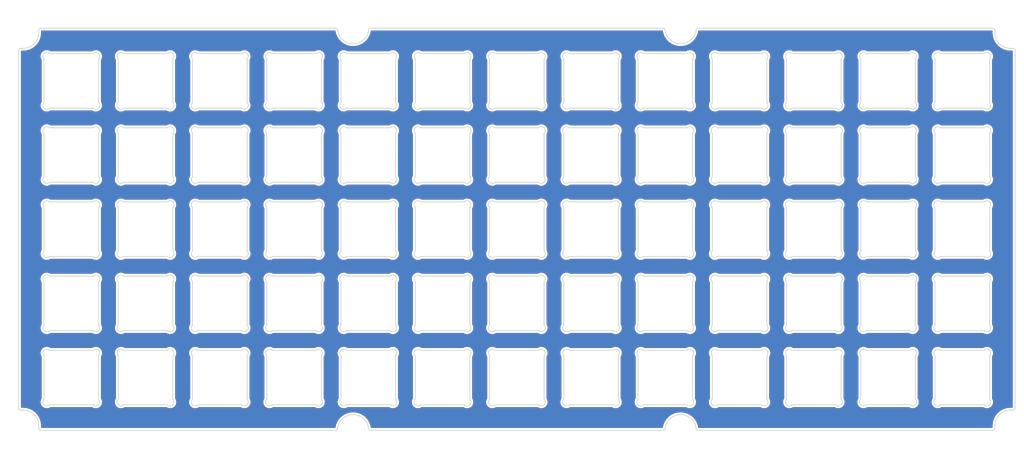
<source format=kicad_pcb>
(kicad_pcb (version 20171130) (host pcbnew 5.1.9+dfsg1-1)
  (layers (0 F.Cu signal) (31 B.Cu signal) (34 B.Paste user hide) (35 F.Paste user hide) (36 B.SilkS user) (37 F.SilkS user) (38 B.Mask user) (39 F.Mask user) (44 Edge.Cuts user))
  (net 0 "")
  (gr_arc (start 235.724786 135.267786) (end 235.017679 135.974893) (angle -180) (layer Edge.Cuts) (width 0.2))
  (gr_line (start 122.131893 104.339107) (end 122.131893 115.510679) (layer Edge.Cuts) (width 0.2))
  (gr_line (start 108.131893 134.560679) (end 108.131893 123.389106) (layer Edge.Cuts) (width 0.2))
  (gr_arc (start 127.889 84.582) (end 128.596107 83.874893) (angle -180) (layer Edge.Cuts) (width 0.2))
  (gr_line (start 90.496107 155.024893) (end 101.66768 155.024893) (layer Edge.Cuts) (width 0.2))
  (gr_arc (start 127.889 122.681999) (end 128.596107 121.974893) (angle -180) (layer Edge.Cuts) (width 0.2))
  (gr_line (start 185.746106 83.874893) (end 196.917679 83.874893) (layer Edge.Cuts) (width 0.2))
  (gr_line (start 44.51768 64.824893) (end 33.346107 64.824893) (layer Edge.Cuts) (width 0.2))
  (gr_arc (start 45.224787 65.532) (end 45.931893 66.239107) (angle -180) (layer Edge.Cuts) (width 0.2))
  (gr_arc (start 64.274787 135.267786) (end 63.56768 135.974893) (angle -180) (layer Edge.Cuts) (width 0.2))
  (gr_arc (start 235.724786 116.217786) (end 235.017679 116.924893) (angle -180) (layer Edge.Cuts) (width 0.2))
  (gr_line (start 217.381893 85.289107) (end 217.381893 96.46068) (layer Edge.Cuts) (width 0.2))
  (gr_arc (start 32.639 116.217786) (end 31.931893 115.510679) (angle -180) (layer Edge.Cuts) (width 0.2))
  (gr_arc (start 159.524786 135.267786) (end 158.817679 135.974893) (angle -180) (layer Edge.Cuts) (width 0.2))
  (gr_line (start 255.481893 85.289107) (end 255.481893 96.46068) (layer Edge.Cuts) (width 0.2))
  (gr_arc (start 254.774786 97.167787) (end 254.067679 97.874893) (angle -180) (layer Edge.Cuts) (width 0.2))
  (gr_line (start 158.817679 135.974893) (end 147.646107 135.974893) (layer Edge.Cuts) (width 0.2))
  (gr_arc (start 223.138999 122.681999) (end 223.846106 121.974892) (angle -180) (layer Edge.Cuts) (width 0.2))
  (gr_line (start 215.967679 141.024893) (end 204.796106 141.024893) (layer Edge.Cuts) (width 0.2))
  (gr_line (start 141.181893 134.560679) (end 141.181893 123.389106) (layer Edge.Cuts) (width 0.2))
  (gr_line (start 127.181893 123.389106) (end 127.181893 134.560679) (layer Edge.Cuts) (width 0.2))
  (gr_line (start 84.031893 123.389106) (end 84.031893 134.560679) (layer Edge.Cuts) (width 0.2))
  (gr_line (start 274.531893 153.610679) (end 274.531893 142.439106) (layer Edge.Cuts) (width 0.2))
  (gr_arc (start 51.689 84.582) (end 52.396107 83.874893) (angle -180) (layer Edge.Cuts) (width 0.2))
  (gr_line (start 203.381893 66.239107) (end 203.381893 77.41068) (layer Edge.Cuts) (width 0.2))
  (gr_arc (start 204.088999 65.532) (end 204.796106 64.824893) (angle -180) (layer Edge.Cuts) (width 0.2))
  (gr_line (start 127.181893 115.510679) (end 127.181893 104.339107) (layer Edge.Cuts) (width 0.2))
  (gr_line (start 241.481893 134.560679) (end 241.481893 123.389106) (layer Edge.Cuts) (width 0.2))
  (gr_arc (start 70.739 154.317786) (end 70.031893 153.610679) (angle -180) (layer Edge.Cuts) (width 0.2))
  (gr_arc (start 127.889 154.317786) (end 127.181893 153.610679) (angle -180) (layer Edge.Cuts) (width 0.2))
  (gr_arc (start 165.988999 122.681999) (end 166.696106 121.974893) (angle -180) (layer Edge.Cuts) (width 0.2))
  (gr_line (start 31.931893 96.46068) (end 31.931893 85.289107) (layer Edge.Cuts) (width 0.2))
  (gr_line (start 109.546107 78.824893) (end 120.71768 78.824893) (layer Edge.Cuts) (width 0.2))
  (gr_arc (start 89.789 78.117787) (end 89.081893 77.41068) (angle -180) (layer Edge.Cuts) (width 0.2))
  (gr_line (start 235.017679 97.874893) (end 223.846106 97.874893) (layer Edge.Cuts) (width 0.2))
  (gr_arc (start 235.724786 141.731999) (end 236.431893 142.439106) (angle -180) (layer Edge.Cuts) (width 0.2))
  (gr_line (start 260.531893 66.239107) (end 260.531893 77.41068) (layer Edge.Cuts) (width 0.2))
  (gr_arc (start 261.238999 65.532) (end 261.946106 64.824893) (angle -180) (layer Edge.Cuts) (width 0.2))
  (gr_line (start 31.931893 142.439106) (end 31.931893 153.610679) (layer Edge.Cuts) (width 0.2))
  (gr_line (start 242.896106 78.824893) (end 254.067679 78.824893) (layer Edge.Cuts) (width 0.2))
  (gr_arc (start 223.138999 78.117787) (end 222.431893 77.41068) (angle -180) (layer Edge.Cuts) (width 0.2))
  (gr_arc (start 185.038999 103.632) (end 185.746106 102.924893) (angle -180) (layer Edge.Cuts) (width 0.2))
  (gr_arc (start 254.774786 135.267786) (end 254.067679 135.974893) (angle -180) (layer Edge.Cuts) (width 0.2))
  (gr_arc (start 273.824786 122.681999) (end 274.531893 123.389106) (angle -180) (layer Edge.Cuts) (width 0.2))
  (gr_line (start 165.281893 85.289107) (end 165.281893 96.46068) (layer Edge.Cuts) (width 0.2))
  (gr_arc (start 216.674786 103.632) (end 217.381893 104.339107) (angle -180) (layer Edge.Cuts) (width 0.2))
  (gr_arc (start 254.774786 103.632) (end 255.481893 104.339107) (angle -180) (layer Edge.Cuts) (width 0.2))
  (gr_line (start 196.917679 116.924893) (end 185.746106 116.924893) (layer Edge.Cuts) (width 0.2))
  (gr_line (start 204.796106 78.824893) (end 215.967679 78.824893) (layer Edge.Cuts) (width 0.2))
  (gr_arc (start 185.038999 78.117787) (end 184.331893 77.41068) (angle -180) (layer Edge.Cuts) (width 0.2))
  (gr_line (start 101.66768 135.974893) (end 90.496107 135.974893) (layer Edge.Cuts) (width 0.2))
  (gr_line (start 222.431893 142.439106) (end 222.431893 153.610679) (layer Edge.Cuts) (width 0.2))
  (gr_line (start 31.931893 66.239107) (end 31.931893 77.41068) (layer Edge.Cuts) (width 0.2))
  (gr_arc (start 32.639 65.532) (end 33.346107 64.824893) (angle -180) (layer Edge.Cuts) (width 0.2))
  (gr_line (start 160.231893 142.439106) (end 160.231893 153.610679) (layer Edge.Cuts) (width 0.2))
  (gr_line (start 158.817679 78.824893) (end 147.646107 78.824893) (layer Edge.Cuts) (width 0.2))
  (gr_arc (start 140.474787 65.532) (end 141.181893 66.239107) (angle -180) (layer Edge.Cuts) (width 0.2))
  (gr_line (start 255.481893 77.41068) (end 255.481893 66.239107) (layer Edge.Cuts) (width 0.2))
  (gr_arc (start 254.774786 78.117787) (end 254.067679 78.824893) (angle -180) (layer Edge.Cuts) (width 0.2))
  (gr_arc (start 140.474787 84.582) (end 141.181893 85.289107) (angle -180) (layer Edge.Cuts) (width 0.2))
  (gr_line (start 64.981893 85.289107) (end 64.981893 96.46068) (layer Edge.Cuts) (width 0.2))
  (gr_line (start 147.646107 83.874893) (end 158.817679 83.874893) (layer Edge.Cuts) (width 0.2))
  (gr_line (start 166.696106 97.874893) (end 177.867679 97.874893) (layer Edge.Cuts) (width 0.2))
  (gr_arc (start 83.324787 141.731999) (end 84.031893 142.439106) (angle -180) (layer Edge.Cuts) (width 0.2))
  (gr_arc (start 45.224787 103.632) (end 45.931893 104.339107) (angle -180) (layer Edge.Cuts) (width 0.2))
  (gr_line (start 204.796106 121.974893) (end 215.967679 121.974893) (layer Edge.Cuts) (width 0.2))
  (gr_arc (start 185.038999 97.167787) (end 184.331893 96.46068) (angle -180) (layer Edge.Cuts) (width 0.2))
  (gr_arc (start 70.739 116.217786) (end 70.031893 115.510679) (angle -180) (layer Edge.Cuts) (width 0.2))
  (gr_arc (start 106.759758 58.799893) (end 107.256662 58.744338) (angle -83.62062981) (layer Edge.Cuts) (width 0.2))
  (gr_line (start 31.078466 58.299893) (end 106.759758 58.299893) (layer Edge.Cuts) (width 0.2))
  (gr_arc (start 190.759757 161.049893) (end 190.759757 161.549893) (angle -83.62062981) (layer Edge.Cuts) (width 0.2))
  (gr_arc (start 195.231892 161.549893) (end 199.207124 161.105448) (angle -167.2412596) (layer Edge.Cuts) (width 0.2))
  (gr_arc (start 51.689 122.681999) (end 52.396107 121.974893) (angle -180) (layer Edge.Cuts) (width 0.2))
  (gr_line (start 33.346107 121.974893) (end 44.51768 121.974893) (layer Edge.Cuts) (width 0.2))
  (gr_arc (start 178.574786 103.632) (end 179.281893 104.339107) (angle -180) (layer Edge.Cuts) (width 0.2))
  (gr_line (start 52.396107 78.824893) (end 63.56768 78.824893) (layer Edge.Cuts) (width 0.2))
  (gr_arc (start 32.639 78.117787) (end 31.931893 77.41068) (angle -180) (layer Edge.Cuts) (width 0.2))
  (gr_line (start 166.696106 141.024893) (end 177.867679 141.024893) (layer Edge.Cuts) (width 0.2))
  (gr_arc (start 235.724786 154.317786) (end 235.017679 155.024893) (angle -180) (layer Edge.Cuts) (width 0.2))
  (gr_line (start 101.66768 102.924893) (end 90.496107 102.924893) (layer Edge.Cuts) (width 0.2))
  (gr_line (start 166.696106 64.824893) (end 177.867679 64.824893) (layer Edge.Cuts) (width 0.2))
  (gr_arc (start 165.988999 78.117787) (end 165.281893 77.41068) (angle -180) (layer Edge.Cuts) (width 0.2))
  (gr_arc (start 223.138999 116.217786) (end 222.431893 115.510679) (angle -180) (layer Edge.Cuts) (width 0.2))
  (gr_line (start 127.181893 85.289107) (end 127.181893 96.46068) (layer Edge.Cuts) (width 0.2))
  (gr_line (start 166.696106 102.924893) (end 177.867679 102.924893) (layer Edge.Cuts) (width 0.2))
  (gr_line (start 165.281893 153.610679) (end 165.281893 142.439106) (layer Edge.Cuts) (width 0.2))
  (gr_arc (start 121.424787 135.267786) (end 120.71768 135.974893) (angle -180) (layer Edge.Cuts) (width 0.2))
  (gr_line (start 235.017679 102.924893) (end 223.846106 102.924893) (layer Edge.Cuts) (width 0.2))
  (gr_arc (start 216.674786 154.317786) (end 215.967679 155.024893) (angle -180) (layer Edge.Cuts) (width 0.2))
  (gr_line (start 71.446107 116.924893) (end 82.61768 116.924893) (layer Edge.Cuts) (width 0.2))
  (gr_arc (start 102.374787 97.167787) (end 101.66768 97.874893) (angle -180) (layer Edge.Cuts) (width 0.2))
  (gr_arc (start 32.639 135.267786) (end 31.931893 134.560679) (angle -180) (layer Edge.Cuts) (width 0.2))
  (gr_line (start 33.346107 116.924893) (end 44.51768 116.924893) (layer Edge.Cuts) (width 0.2))
  (gr_line (start 122.131893 77.41068) (end 122.131893 66.239107) (layer Edge.Cuts) (width 0.2))
  (gr_arc (start 121.424787 78.117787) (end 120.71768 78.824893) (angle -180) (layer Edge.Cuts) (width 0.2))
  (gr_line (start 108.131893 96.46068) (end 108.131893 85.289107) (layer Edge.Cuts) (width 0.2))
  (gr_line (start 203.381893 104.339107) (end 203.381893 115.510679) (layer Edge.Cuts) (width 0.2))
  (gr_arc (start 261.238999 141.731999) (end 261.946106 141.024893) (angle -180) (layer Edge.Cuts) (width 0.2))
  (gr_line (start 242.896106 83.874893) (end 254.067679 83.874893) (layer Edge.Cuts) (width 0.2))
  (gr_arc (start 242.188999 97.167787) (end 241.481893 96.46068) (angle -180) (layer Edge.Cuts) (width 0.2))
  (gr_arc (start 83.324787 97.167787) (end 82.61768 97.874894) (angle -180) (layer Edge.Cuts) (width 0.2))
  (gr_line (start 128.596107 135.974893) (end 139.76768 135.974893) (layer Edge.Cuts) (width 0.2))
  (gr_line (start 215.967679 97.874893) (end 204.796106 97.874893) (layer Edge.Cuts) (width 0.2))
  (gr_line (start 103.081893 123.389106) (end 103.081893 134.560679) (layer Edge.Cuts) (width 0.2))
  (gr_line (start 63.56768 141.024893) (end 52.396107 141.024893) (layer Edge.Cuts) (width 0.2))
  (gr_arc (start 127.889 116.217786) (end 127.181893 115.510679) (angle -180) (layer Edge.Cuts) (width 0.2))
  (gr_arc (start 273.824786 103.632) (end 274.531893 104.339107) (angle -180) (layer Edge.Cuts) (width 0.2))
  (gr_line (start 33.346107 78.824893) (end 44.51768 78.824893) (layer Edge.Cuts) (width 0.2))
  (gr_arc (start 273.824786 84.582) (end 274.531893 85.289107) (angle -180) (layer Edge.Cuts) (width 0.2))
  (gr_arc (start 242.188999 141.731999) (end 242.896106 141.024893) (angle -180) (layer Edge.Cuts) (width 0.2))
  (gr_arc (start 31.078466 161.049893) (end 30.578466 161.049893) (angle -90.00000073) (layer Edge.Cuts) (width 0.2))
  (gr_line (start 106.759758 161.549893) (end 31.078466 161.549893) (layer Edge.Cuts) (width 0.2))
  (gr_arc (start 127.889 103.632) (end 128.596107 102.924893) (angle -180) (layer Edge.Cuts) (width 0.2))
  (gr_arc (start 51.689 135.267786) (end 50.981893 134.560679) (angle -180) (layer Edge.Cuts) (width 0.2))
  (gr_line (start 31.931893 134.560679) (end 31.931893 123.389106) (layer Edge.Cuts) (width 0.2))
  (gr_arc (start 121.424787 154.317786) (end 120.71768 155.024893) (angle -180) (layer Edge.Cuts) (width 0.2))
  (gr_arc (start 45.224787 135.267786) (end 44.51768 135.974893) (angle -180) (layer Edge.Cuts) (width 0.2))
  (gr_line (start 71.446107 155.024893) (end 82.61768 155.024893) (layer Edge.Cuts) (width 0.2))
  (gr_arc (start 178.574786 97.167787) (end 177.867679 97.874893) (angle -180) (layer Edge.Cuts) (width 0.2))
  (gr_line (start 90.496107 83.874893) (end 101.66768 83.874893) (layer Edge.Cuts) (width 0.2))
  (gr_arc (start 108.839 84.582) (end 109.546107 83.874893) (angle -180) (layer Edge.Cuts) (width 0.2))
  (gr_line (start 70.031893 96.46068) (end 70.031893 85.289107) (layer Edge.Cuts) (width 0.2))
  (gr_arc (start 45.224787 97.167787) (end 44.51768 97.874893) (angle -180) (layer Edge.Cuts) (width 0.2))
  (gr_line (start 64.981893 115.510679) (end 64.981893 104.339107) (layer Edge.Cuts) (width 0.2))
  (gr_line (start 146.231893 77.41068) (end 146.231893 66.239107) (layer Edge.Cuts) (width 0.2))
  (gr_arc (start 146.939 65.532) (end 147.646107 64.824893) (angle -180) (layer Edge.Cuts) (width 0.2))
  (gr_line (start 236.431893 123.389106) (end 236.431893 134.560679) (layer Edge.Cuts) (width 0.2))
  (gr_arc (start 216.674786 122.681999) (end 217.381893 123.389106) (angle -180) (layer Edge.Cuts) (width 0.2))
  (gr_arc (start 204.088999 154.317786) (end 203.381893 153.610679) (angle -180) (layer Edge.Cuts) (width 0.2))
  (gr_arc (start 102.374787 103.632) (end 103.081893 104.339107) (angle -180) (layer Edge.Cuts) (width 0.2))
  (gr_line (start 101.66768 64.824893) (end 90.496107 64.824893) (layer Edge.Cuts) (width 0.2))
  (gr_arc (start 102.374787 65.532) (end 103.081893 66.239107) (angle -180) (layer Edge.Cuts) (width 0.2))
  (gr_line (start 44.51768 135.974893) (end 33.346107 135.974893) (layer Edge.Cuts) (width 0.2))
  (gr_line (start 273.117679 64.824893) (end 261.946106 64.824893) (layer Edge.Cuts) (width 0.2))
  (gr_arc (start 273.824786 65.532) (end 274.531893 66.239107) (angle -180) (layer Edge.Cuts) (width 0.2))
  (gr_line (start 198.331893 153.610679) (end 198.331893 142.439106) (layer Edge.Cuts) (width 0.2))
  (gr_line (start 260.531893 104.339107) (end 260.531893 115.510679) (layer Edge.Cuts) (width 0.2))
  (gr_line (start 44.51768 97.874893) (end 33.346107 97.874893) (layer Edge.Cuts) (width 0.2))
  (gr_arc (start 275.38532 58.799893) (end 275.88532 58.799893) (angle -90.00000073) (layer Edge.Cuts) (width 0.2))
  (gr_line (start 199.704028 58.299893) (end 275.38532 58.299893) (layer Edge.Cuts) (width 0.2))
  (gr_line (start 196.917679 135.974893) (end 185.746106 135.974893) (layer Edge.Cuts) (width 0.2))
  (gr_arc (start 216.674786 141.731999) (end 217.381893 142.439106) (angle -180) (layer Edge.Cuts) (width 0.2))
  (gr_line (start 241.481893 66.239107) (end 241.481893 77.41068) (layer Edge.Cuts) (width 0.2))
  (gr_arc (start 242.188999 65.532) (end 242.896106 64.824893) (angle -180) (layer Edge.Cuts) (width 0.2))
  (gr_line (start 139.76768 155.024893) (end 128.596107 155.024893) (layer Edge.Cuts) (width 0.2))
  (gr_line (start 147.646107 64.824893) (end 158.817679 64.824893) (layer Edge.Cuts) (width 0.2))
  (gr_arc (start 146.939 78.117787) (end 146.231893 77.41068) (angle -180) (layer Edge.Cuts) (width 0.2))
  (gr_arc (start 165.988999 97.167787) (end 165.281893 96.46068) (angle -180) (layer Edge.Cuts) (width 0.2))
  (gr_line (start 33.346107 155.024893) (end 44.51768 155.024893) (layer Edge.Cuts) (width 0.2))
  (gr_line (start 273.117679 135.974893) (end 261.946106 135.974893) (layer Edge.Cuts) (width 0.2))
  (gr_line (start 198.331893 85.289107) (end 198.331893 96.46068) (layer Edge.Cuts) (width 0.2))
  (gr_arc (start 185.038999 116.217786) (end 184.331893 115.510679) (angle -180) (layer Edge.Cuts) (width 0.2))
  (gr_arc (start 146.939 141.731999) (end 147.646107 141.024893) (angle -180) (layer Edge.Cuts) (width 0.2))
  (gr_arc (start 146.939 84.582) (end 147.646107 83.874893) (angle -180) (layer Edge.Cuts) (width 0.2))
  (gr_line (start 103.081893 85.289107) (end 103.081893 96.46068) (layer Edge.Cuts) (width 0.2))
  (gr_arc (start 64.274787 122.681999) (end 64.981893 123.389106) (angle -180) (layer Edge.Cuts) (width 0.2))
  (gr_line (start 70.031893 142.439106) (end 70.031893 153.610679) (layer Edge.Cuts) (width 0.2))
  (gr_arc (start 165.988999 141.731999) (end 166.696106 141.024893) (angle -180) (layer Edge.Cuts) (width 0.2))
  (gr_line (start 185.746106 155.024893) (end 196.917679 155.024893) (layer Edge.Cuts) (width 0.2))
  (gr_arc (start 165.988999 135.267786) (end 165.281893 134.560679) (angle -180) (layer Edge.Cuts) (width 0.2))
  (gr_line (start 71.446107 78.824893) (end 82.61768 78.824893) (layer Edge.Cuts) (width 0.2))
  (gr_arc (start 51.689 78.117787) (end 50.981893 77.41068) (angle -180) (layer Edge.Cuts) (width 0.2))
  (gr_line (start 63.56768 102.924893) (end 52.396107 102.924893) (layer Edge.Cuts) (width 0.2))
  (gr_line (start 177.867679 78.824893) (end 166.696106 78.824893) (layer Edge.Cuts) (width 0.2))
  (gr_arc (start 159.524786 65.532) (end 160.231893 66.239107) (angle -180) (layer Edge.Cuts) (width 0.2))
  (gr_arc (start 127.889 135.267786) (end 127.181893 134.560679) (angle -180) (layer Edge.Cuts) (width 0.2))
  (gr_arc (start 89.789 103.632) (end 90.496107 102.924893) (angle -180) (layer Edge.Cuts) (width 0.2))
  (gr_arc (start 25.906893 63.971466) (end 25.906893 63.471466) (angle -90.00000073) (layer Edge.Cuts) (width 0.2))
  (gr_line (start 25.406893 155.87832) (end 25.406893 63.971466) (layer Edge.Cuts) (width 0.2))
  (gr_line (start 128.596107 97.874893) (end 139.76768 97.874893) (layer Edge.Cuts) (width 0.2))
  (gr_line (start 223.846106 83.874893) (end 235.017679 83.874893) (layer Edge.Cuts) (width 0.2))
  (gr_arc (start 223.138999 97.167787) (end 222.431893 96.46068) (angle -180) (layer Edge.Cuts) (width 0.2))
  (gr_line (start 128.596107 64.824893) (end 139.76768 64.824893) (layer Edge.Cuts) (width 0.2))
  (gr_arc (start 127.889 78.117787) (end 127.181893 77.41068) (angle -180) (layer Edge.Cuts) (width 0.2))
  (gr_line (start 52.396107 155.024893) (end 63.56768 155.024893) (layer Edge.Cuts) (width 0.2))
  (gr_line (start 52.396107 83.874893) (end 63.56768 83.874893) (layer Edge.Cuts) (width 0.2))
  (gr_line (start 166.696106 135.974893) (end 177.867679 135.974893) (layer Edge.Cuts) (width 0.2))
  (gr_arc (start 197.624786 135.267786) (end 196.917679 135.974893) (angle -180) (layer Edge.Cuts) (width 0.2))
  (gr_line (start 223.846106 121.974893) (end 235.017679 121.974893) (layer Edge.Cuts) (width 0.2))
  (gr_arc (start 70.739 97.167787) (end 70.031893 96.46068) (angle -180) (layer Edge.Cuts) (width 0.2))
  (gr_arc (start 185.038999 135.267786) (end 184.331893 134.560679) (angle -180) (layer Edge.Cuts) (width 0.2))
  (gr_line (start 127.181893 153.610679) (end 127.181893 142.439106) (layer Edge.Cuts) (width 0.2))
  (gr_arc (start 159.524786 97.167787) (end 158.817679 97.874893) (angle -180) (layer Edge.Cuts) (width 0.2))
  (gr_arc (start 83.324787 84.582) (end 84.031893 85.289107) (angle -180) (layer Edge.Cuts) (width 0.2))
  (gr_line (start 45.931893 77.41068) (end 45.931893 66.239107) (layer Edge.Cuts) (width 0.2))
  (gr_arc (start 45.224787 78.117787) (end 44.51768 78.824893) (angle -180) (layer Edge.Cuts) (width 0.2))
  (gr_arc (start 275.38532 161.049893) (end 275.38532 161.549893) (angle -90.00000073) (layer Edge.Cuts) (width 0.2))
  (gr_line (start 275.88532 160.37832) (end 275.88532 161.049893) (layer Edge.Cuts) (width 0.2))
  (gr_arc (start 108.839 122.681999) (end 109.546107 121.974893) (angle -180) (layer Edge.Cuts) (width 0.2))
  (gr_arc (start 89.789 141.731999) (end 90.496107 141.024893) (angle -180) (layer Edge.Cuts) (width 0.2))
  (gr_arc (start 89.789 135.267786) (end 89.081893 134.560679) (angle -180) (layer Edge.Cuts) (width 0.2))
  (gr_arc (start 159.524786 116.217786) (end 158.817679 116.924893) (angle -180) (layer Edge.Cuts) (width 0.2))
  (gr_arc (start 26.578466 59.471466) (end 26.578466 63.471466) (angle -90) (layer Edge.Cuts) (width 0.2))
  (gr_line (start 25.906893 63.471466) (end 26.578466 63.471466) (layer Edge.Cuts) (width 0.2))
  (gr_arc (start 70.739 84.582) (end 71.446107 83.874893) (angle -180) (layer Edge.Cuts) (width 0.2))
  (gr_line (start 242.896106 155.024893) (end 254.067679 155.024893) (layer Edge.Cuts) (width 0.2))
  (gr_line (start 146.231893 115.510679) (end 146.231893 104.339107) (layer Edge.Cuts) (width 0.2))
  (gr_line (start 158.817679 116.924893) (end 147.646107 116.924893) (layer Edge.Cuts) (width 0.2))
  (gr_arc (start 185.038999 122.681999) (end 185.746106 121.974893) (angle -180) (layer Edge.Cuts) (width 0.2))
  (gr_line (start 179.281893 134.560679) (end 179.281893 123.389106) (layer Edge.Cuts) (width 0.2))
  (gr_line (start 184.331893 115.510679) (end 184.331893 104.339107) (layer Edge.Cuts) (width 0.2))
  (gr_line (start 82.61768 97.874893) (end 71.446107 97.874893) (layer Edge.Cuts) (width 0.2))
  (gr_line (start 122.131893 123.389106) (end 122.131893 134.560679) (layer Edge.Cuts) (width 0.2))
  (gr_arc (start 235.724786 122.681999) (end 236.431893 123.389106) (angle -180) (layer Edge.Cuts) (width 0.2))
  (gr_arc (start 89.789 154.317786) (end 89.081893 153.610679) (angle -180) (layer Edge.Cuts) (width 0.2))
  (gr_line (start 274.531893 85.289107) (end 274.531893 96.46068) (layer Edge.Cuts) (width 0.2))
  (gr_arc (start 273.824786 97.167787) (end 273.117679 97.874894) (angle -180) (layer Edge.Cuts) (width 0.2))
  (gr_arc (start 223.138999 141.731999) (end 223.846106 141.024893) (angle -180) (layer Edge.Cuts) (width 0.2))
  (gr_line (start 236.431893 85.289107) (end 236.431893 96.46068) (layer Edge.Cuts) (width 0.2))
  (gr_arc (start 235.724786 97.167787) (end 235.017679 97.874893) (angle -180) (layer Edge.Cuts) (width 0.2))
  (gr_line (start 192.231892 161.549893) (end 192.231892 161.549893) (layer Edge.Cuts) (width 0.2))
  (gr_arc (start 111.231893 58.299893) (end 107.256662 58.744338) (angle -167.2412596) (layer Edge.Cuts) (width 0.2))
  (gr_line (start 139.76768 116.924893) (end 128.596107 116.924893) (layer Edge.Cuts) (width 0.2))
  (gr_arc (start 64.274787 103.632) (end 64.981893 104.339107) (angle -180) (layer Edge.Cuts) (width 0.2))
  (gr_line (start 235.017679 141.024893) (end 223.846106 141.024893) (layer Edge.Cuts) (width 0.2))
  (gr_line (start 147.646107 141.024893) (end 158.817679 141.024893) (layer Edge.Cuts) (width 0.2))
  (gr_arc (start 102.374787 154.317786) (end 101.66768 155.024893) (angle -180) (layer Edge.Cuts) (width 0.2))
  (gr_line (start 198.331893 77.41068) (end 198.331893 66.239107) (layer Edge.Cuts) (width 0.2))
  (gr_arc (start 197.624786 78.117787) (end 196.917679 78.824893) (angle -180) (layer Edge.Cuts) (width 0.2))
  (gr_line (start 184.331893 66.239107) (end 184.331893 77.41068) (layer Edge.Cuts) (width 0.2))
  (gr_arc (start 185.038999 65.532) (end 185.746106 64.824893) (angle -180) (layer Edge.Cuts) (width 0.2))
  (gr_arc (start 140.474787 122.681999) (end 141.181893 123.389106) (angle -180) (layer Edge.Cuts) (width 0.2))
  (gr_arc (start 273.824786 135.267786) (end 273.117679 135.974893) (angle -180) (layer Edge.Cuts) (width 0.2))
  (gr_line (start 89.081893 66.239107) (end 89.081893 77.41068) (layer Edge.Cuts) (width 0.2))
  (gr_arc (start 89.789 65.532) (end 90.496107 64.824893) (angle -180) (layer Edge.Cuts) (width 0.2))
  (gr_line (start 260.531893 96.46068) (end 260.531893 85.289107) (layer Edge.Cuts) (width 0.2))
  (gr_arc (start 261.238999 84.582) (end 261.946106 83.874893) (angle -180) (layer Edge.Cuts) (width 0.2))
  (gr_line (start 179.281893 104.339107) (end 179.281893 115.510679) (layer Edge.Cuts) (width 0.2))
  (gr_arc (start 108.839 116.217786) (end 108.131893 115.510679) (angle -180) (layer Edge.Cuts) (width 0.2))
  (gr_arc (start 197.624786 154.317786) (end 196.917679 155.024893) (angle -180) (layer Edge.Cuts) (width 0.2))
  (gr_line (start 141.181893 66.239107) (end 141.181893 77.41068) (layer Edge.Cuts) (width 0.2))
  (gr_arc (start 140.474787 78.117787) (end 139.76768 78.824893) (angle -180) (layer Edge.Cuts) (width 0.2))
  (gr_arc (start 273.824786 116.217786) (end 273.117679 116.924893) (angle -180) (layer Edge.Cuts) (width 0.2))
  (gr_line (start 261.946106 83.874893) (end 273.117679 83.874893) (layer Edge.Cuts) (width 0.2))
  (gr_arc (start 261.238999 97.167787) (end 260.531893 96.46068) (angle -180) (layer Edge.Cuts) (width 0.2))
  (gr_line (start 255.481893 115.510679) (end 255.481893 104.339107) (layer Edge.Cuts) (width 0.2))
  (gr_line (start 254.067679 141.024893) (end 242.896106 141.024893) (layer Edge.Cuts) (width 0.2))
  (gr_arc (start 204.088999 97.167787) (end 203.381893 96.46068) (angle -180) (layer Edge.Cuts) (width 0.2))
  (gr_line (start 242.896106 116.924893) (end 254.067679 116.924893) (layer Edge.Cuts) (width 0.2))
  (gr_line (start 50.981893 134.560679) (end 50.981893 123.389106) (layer Edge.Cuts) (width 0.2))
  (gr_arc (start 121.424787 84.582) (end 122.131893 85.289107) (angle -180) (layer Edge.Cuts) (width 0.2))
  (gr_arc (start 242.188999 154.317786) (end 241.481893 153.610679) (angle -180) (layer Edge.Cuts) (width 0.2))
  (gr_arc (start 165.988999 84.582) (end 166.696106 83.874893) (angle -180) (layer Edge.Cuts) (width 0.2))
  (gr_arc (start 64.274787 154.317786) (end 63.56768 155.024893) (angle -180) (layer Edge.Cuts) (width 0.2))
  (gr_line (start 84.031893 85.289107) (end 84.031893 96.46068) (layer Edge.Cuts) (width 0.2))
  (gr_line (start 184.331893 96.46068) (end 184.331893 85.289107) (layer Edge.Cuts) (width 0.2))
  (gr_arc (start 51.689 97.167787) (end 50.981893 96.46068) (angle -180) (layer Edge.Cuts) (width 0.2))
  (gr_line (start 70.031893 104.339107) (end 70.031893 115.510679) (layer Edge.Cuts) (width 0.2))
  (gr_arc (start 273.824786 141.731999) (end 274.531893 142.439106) (angle -180) (layer Edge.Cuts) (width 0.2))
  (gr_arc (start 261.238999 122.681999) (end 261.946106 121.974893) (angle -180) (layer Edge.Cuts) (width 0.2))
  (gr_line (start 185.746106 78.824893) (end 196.917679 78.824893) (layer Edge.Cuts) (width 0.2))
  (gr_arc (start 178.574786 65.532) (end 179.281893 66.239107) (angle -180) (layer Edge.Cuts) (width 0.2))
  (gr_line (start 120.71768 97.874893) (end 109.546107 97.874893) (layer Edge.Cuts) (width 0.2))
  (gr_line (start 222.431893 104.339107) (end 222.431893 115.510679) (layer Edge.Cuts) (width 0.2))
  (gr_line (start 70.031893 134.560679) (end 70.031893 123.389106) (layer Edge.Cuts) (width 0.2))
  (gr_line (start 89.081893 142.439106) (end 89.081893 153.610679) (layer Edge.Cuts) (width 0.2))
  (gr_arc (start 273.824786 154.317786) (end 273.117679 155.024893) (angle -180) (layer Edge.Cuts) (width 0.2))
  (gr_arc (start 108.839 103.632) (end 109.546107 102.924893) (angle -180) (layer Edge.Cuts) (width 0.2))
  (gr_line (start 165.281893 123.389106) (end 165.281893 134.560679) (layer Edge.Cuts) (width 0.2))
  (gr_arc (start 89.789 122.681999) (end 90.496107 121.974893) (angle -180) (layer Edge.Cuts) (width 0.2))
  (gr_line (start 198.331893 104.339107) (end 198.331893 115.510679) (layer Edge.Cuts) (width 0.2))
  (gr_arc (start 242.188999 135.267786) (end 241.481893 134.560679) (angle -180) (layer Edge.Cuts) (width 0.2))
  (gr_line (start 255.481893 123.389106) (end 255.481893 134.560679) (layer Edge.Cuts) (width 0.2))
  (gr_arc (start 115.704029 58.799893) (end 115.704029 58.299893) (angle -83.62062981) (layer Edge.Cuts) (width 0.2))
  (gr_arc (start 261.238999 78.117787) (end 260.531893 77.41068) (angle -180) (layer Edge.Cuts) (width 0.2))
  (gr_arc (start 121.424787 103.632) (end 122.131893 104.339107) (angle -180) (layer Edge.Cuts) (width 0.2))
  (gr_arc (start 223.138999 135.267786) (end 222.431893 134.560679) (angle -180) (layer Edge.Cuts) (width 0.2))
  (gr_arc (start 178.574786 135.267786) (end 177.867679 135.974893) (angle -180) (layer Edge.Cuts) (width 0.2))
  (gr_line (start 147.646107 121.974893) (end 158.817679 121.974893) (layer Edge.Cuts) (width 0.2))
  (gr_arc (start 102.374787 122.681999) (end 103.081893 123.389106) (angle -180) (layer Edge.Cuts) (width 0.2))
  (gr_line (start 120.71768 141.024893) (end 109.546107 141.024893) (layer Edge.Cuts) (width 0.2))
  (gr_arc (start 279.88532 59.471466) (end 275.88532 59.471466) (angle -90) (layer Edge.Cuts) (width 0.2))
  (gr_line (start 275.88532 58.799893) (end 275.88532 59.471466) (layer Edge.Cuts) (width 0.2))
  (gr_line (start 71.446107 83.874893) (end 82.61768 83.874893) (layer Edge.Cuts) (width 0.2))
  (gr_line (start 217.381893 77.41068) (end 217.381893 66.239107) (layer Edge.Cuts) (width 0.2))
  (gr_arc (start 216.674786 78.117787) (end 215.967679 78.824893) (angle -180) (layer Edge.Cuts) (width 0.2))
  (gr_line (start 141.181893 142.439106) (end 141.181893 153.610679) (layer Edge.Cuts) (width 0.2))
  (gr_line (start 128.596107 141.024893) (end 139.76768 141.024893) (layer Edge.Cuts) (width 0.2))
  (gr_arc (start 89.789 116.217786) (end 89.081893 115.510679) (angle -180) (layer Edge.Cuts) (width 0.2))
  (gr_line (start 82.61768 64.824893) (end 71.446107 64.824893) (layer Edge.Cuts) (width 0.2))
  (gr_arc (start 83.324787 65.532) (end 84.031893 66.239107) (angle -180) (layer Edge.Cuts) (width 0.2))
  (gr_arc (start 178.574786 154.317786) (end 177.867679 155.024893) (angle -180) (layer Edge.Cuts) (width 0.2))
  (gr_line (start 179.281893 142.439106) (end 179.281893 153.610679) (layer Edge.Cuts) (width 0.2))
  (gr_line (start 52.396107 121.974893) (end 63.56768 121.974893) (layer Edge.Cuts) (width 0.2))
  (gr_line (start 120.71768 116.924893) (end 109.546107 116.924893) (layer Edge.Cuts) (width 0.2))
  (gr_line (start 82.61768 135.974893) (end 71.446107 135.974893) (layer Edge.Cuts) (width 0.2))
  (gr_arc (start 51.689 154.317786) (end 50.981893 153.610679) (angle -180) (layer Edge.Cuts) (width 0.2))
  (gr_line (start 89.081893 104.339107) (end 89.081893 115.510679) (layer Edge.Cuts) (width 0.2))
  (gr_arc (start 199.704028 58.799893) (end 199.704028 58.299893) (angle -83.62062979) (layer Edge.Cuts) (width 0.2))
  (gr_arc (start 195.231892 58.299893) (end 191.256661 58.744338) (angle -167.2412596) (layer Edge.Cuts) (width 0.2))
  (gr_arc (start 32.639 103.632) (end 33.346107 102.924893) (angle -180) (layer Edge.Cuts) (width 0.2))
  (gr_line (start 101.66768 141.024893) (end 90.496107 141.024893) (layer Edge.Cuts) (width 0.2))
  (gr_line (start 274.531893 77.41068) (end 274.531893 66.239107) (layer Edge.Cuts) (width 0.2))
  (gr_arc (start 273.824786 78.117787) (end 273.117679 78.824893) (angle -180) (layer Edge.Cuts) (width 0.2))
  (gr_line (start 254.067679 102.924893) (end 242.896106 102.924893) (layer Edge.Cuts) (width 0.2))
  (gr_line (start 273.117679 102.924893) (end 261.946106 102.924893) (layer Edge.Cuts) (width 0.2))
  (gr_line (start 203.381893 142.439106) (end 203.381893 153.610679) (layer Edge.Cuts) (width 0.2))
  (gr_line (start 84.031893 153.610679) (end 84.031893 142.439106) (layer Edge.Cuts) (width 0.2))
  (gr_line (start 236.431893 153.610679) (end 236.431893 142.439106) (layer Edge.Cuts) (width 0.2))
  (gr_line (start 261.946106 121.974893) (end 273.117679 121.974893) (layer Edge.Cuts) (width 0.2))
  (gr_arc (start 146.939 135.267786) (end 146.231893 134.560679) (angle -180) (layer Edge.Cuts) (width 0.2))
  (gr_line (start 241.481893 142.439106) (end 241.481893 153.610679) (layer Edge.Cuts) (width 0.2))
  (gr_line (start 222.431893 66.239107) (end 222.431893 77.41068) (layer Edge.Cuts) (width 0.2))
  (gr_arc (start 223.138999 65.532) (end 223.846106 64.824893) (angle -180) (layer Edge.Cuts) (width 0.2))
  (gr_line (start 273.117679 141.024893) (end 261.946106 141.024893) (layer Edge.Cuts) (width 0.2))
  (gr_arc (start 32.639 154.317786) (end 31.931893 153.610679) (angle -180) (layer Edge.Cuts) (width 0.2))
  (gr_line (start 223.846106 78.824893) (end 235.017679 78.824893) (layer Edge.Cuts) (width 0.2))
  (gr_arc (start 204.088999 78.117787) (end 203.381893 77.41068) (angle -180) (layer Edge.Cuts) (width 0.2))
  (gr_arc (start 140.474787 116.217786) (end 139.76768 116.924893) (angle -180) (layer Edge.Cuts) (width 0.2))
  (gr_arc (start 165.988999 116.217786) (end 165.281893 115.510679) (angle -180) (layer Edge.Cuts) (width 0.2))
  (gr_arc (start 45.224787 154.317786) (end 44.51768 155.024893) (angle -180) (layer Edge.Cuts) (width 0.2))
  (gr_line (start 90.496107 116.924893) (end 101.66768 116.924893) (layer Edge.Cuts) (width 0.2))
  (gr_line (start 63.56768 64.824893) (end 52.396107 64.824893) (layer Edge.Cuts) (width 0.2))
  (gr_arc (start 64.274787 65.532) (end 64.981893 66.239107) (angle -180) (layer Edge.Cuts) (width 0.2))
  (gr_line (start 122.131893 153.610679) (end 122.131893 142.439106) (layer Edge.Cuts) (width 0.2))
  (gr_line (start 90.496107 78.824893) (end 101.66768 78.824893) (layer Edge.Cuts) (width 0.2))
  (gr_arc (start 70.739 78.117787) (end 70.031893 77.41068) (angle -180) (layer Edge.Cuts) (width 0.2))
  (gr_line (start 63.56768 97.874893) (end 52.396107 97.874893) (layer Edge.Cuts) (width 0.2))
  (gr_arc (start 70.739 141.731999) (end 71.446107 141.024893) (angle -180) (layer Edge.Cuts) (width 0.2))
  (gr_arc (start 159.524786 141.731999) (end 160.231893 142.439106) (angle -180) (layer Edge.Cuts) (width 0.2))
  (gr_line (start 177.867679 83.874893) (end 166.696106 83.874893) (layer Edge.Cuts) (width 0.2))
  (gr_line (start 261.946106 155.024893) (end 273.117679 155.024893) (layer Edge.Cuts) (width 0.2))
  (gr_arc (start 204.088999 141.731999) (end 204.796106 141.024893) (angle -180) (layer Edge.Cuts) (width 0.2))
  (gr_arc (start 197.624786 116.217786) (end 196.917679 116.924893) (angle -180) (layer Edge.Cuts) (width 0.2))
  (gr_arc (start 185.038999 84.582) (end 185.746106 83.874893) (angle -180) (layer Edge.Cuts) (width 0.2))
  (gr_arc (start 121.424787 122.681999) (end 122.131893 123.389106) (angle -180) (layer Edge.Cuts) (width 0.2))
  (gr_arc (start 45.224787 84.582) (end 45.931893 85.289107) (angle -180) (layer Edge.Cuts) (width 0.2))
  (gr_arc (start 197.624786 122.681999) (end 198.331893 123.389106) (angle -180) (layer Edge.Cuts) (width 0.2))
  (gr_arc (start 223.138999 103.632) (end 223.846106 102.924893) (angle -180) (layer Edge.Cuts) (width 0.2))
  (gr_line (start 215.967679 102.924893) (end 204.796106 102.924893) (layer Edge.Cuts) (width 0.2))
  (gr_arc (start 83.324787 103.632) (end 84.031893 104.339107) (angle -180) (layer Edge.Cuts) (width 0.2))
  (gr_arc (start 261.238999 103.632) (end 261.946106 102.924893) (angle -180) (layer Edge.Cuts) (width 0.2))
  (gr_arc (start 159.524786 154.317786) (end 158.817679 155.024893) (angle -180) (layer Edge.Cuts) (width 0.2))
  (gr_line (start 160.231893 85.289107) (end 160.231893 96.46068) (layer Edge.Cuts) (width 0.2))
  (gr_line (start 165.281893 77.41068) (end 165.281893 66.239107) (layer Edge.Cuts) (width 0.2))
  (gr_arc (start 165.988999 65.532) (end 166.696106 64.824893) (angle -180) (layer Edge.Cuts) (width 0.2))
  (gr_arc (start 64.274787 116.217786) (end 63.56768 116.924893) (angle -180) (layer Edge.Cuts) (width 0.2))
  (gr_arc (start 121.424787 97.167787) (end 120.71768 97.874893) (angle -180) (layer Edge.Cuts) (width 0.2))
  (gr_arc (start 235.724786 103.632) (end 236.431893 104.339107) (angle -180) (layer Edge.Cuts) (width 0.2))
  (gr_arc (start 26.578466 160.37832) (end 30.578466 160.37832) (angle -90) (layer Edge.Cuts) (width 0.2))
  (gr_line (start 30.578466 161.049893) (end 30.578466 160.37832) (layer Edge.Cuts) (width 0.2))
  (gr_arc (start 216.674786 135.267786) (end 215.967679 135.974893) (angle -180) (layer Edge.Cuts) (width 0.2))
  (gr_arc (start 216.674786 84.582) (end 217.381893 85.289107) (angle -180) (layer Edge.Cuts) (width 0.2))
  (gr_line (start 127.181893 77.41068) (end 127.181893 66.239107) (layer Edge.Cuts) (width 0.2))
  (gr_arc (start 127.889 65.532) (end 128.596107 64.824893) (angle -180) (layer Edge.Cuts) (width 0.2))
  (gr_arc (start 178.574786 116.217786) (end 177.867679 116.924893) (angle -180) (layer Edge.Cuts) (width 0.2))
  (gr_line (start 141.181893 96.46068) (end 141.181893 85.289107) (layer Edge.Cuts) (width 0.2))
  (gr_line (start 217.381893 115.510679) (end 217.381893 104.339107) (layer Edge.Cuts) (width 0.2))
  (gr_arc (start 121.424787 141.731999) (end 122.131893 142.439106) (angle -180) (layer Edge.Cuts) (width 0.2))
  (gr_arc (start 140.474787 103.632) (end 141.181893 104.339107) (angle -180) (layer Edge.Cuts) (width 0.2))
  (gr_line (start 114.231893 161.549893) (end 114.231893 161.549893) (layer Edge.Cuts) (width 0.2))
  (gr_line (start 108.231893 161.549893) (end 108.231893 161.549893) (layer Edge.Cuts) (width 0.2))
  (gr_arc (start 199.704028 161.049893) (end 199.207124 161.105448) (angle -83.62062981) (layer Edge.Cuts) (width 0.2))
  (gr_line (start 275.38532 161.549893) (end 199.704028 161.549893) (layer Edge.Cuts) (width 0.2))
  (gr_line (start 89.081893 134.560679) (end 89.081893 123.389106) (layer Edge.Cuts) (width 0.2))
  (gr_line (start 273.117679 97.874893) (end 261.946106 97.874893) (layer Edge.Cuts) (width 0.2))
  (gr_arc (start 254.774786 84.582) (end 255.481893 85.289107) (angle -180) (layer Edge.Cuts) (width 0.2))
  (gr_arc (start 197.624786 141.731999) (end 198.331893 142.439106) (angle -180) (layer Edge.Cuts) (width 0.2))
  (gr_line (start 222.431893 96.46068) (end 222.431893 85.289107) (layer Edge.Cuts) (width 0.2))
  (gr_arc (start 223.138999 84.582) (end 223.846106 83.874893) (angle -180) (layer Edge.Cuts) (width 0.2))
  (gr_line (start 204.796106 83.874893) (end 215.967679 83.874893) (layer Edge.Cuts) (width 0.2))
  (gr_arc (start 32.639 84.582) (end 33.346107 83.874893) (angle -180) (layer Edge.Cuts) (width 0.2))
  (gr_arc (start 51.689 141.731999) (end 52.396107 141.024893) (angle -180) (layer Edge.Cuts) (width 0.2))
  (gr_arc (start 108.839 97.167787) (end 108.131893 96.46068) (angle -180) (layer Edge.Cuts) (width 0.2))
  (gr_line (start 89.081893 96.46068) (end 89.081893 85.289107) (layer Edge.Cuts) (width 0.2))
  (gr_arc (start 102.374787 116.217786) (end 101.66768 116.924893) (angle -180) (layer Edge.Cuts) (width 0.2))
  (gr_line (start 52.396107 116.924893) (end 63.56768 116.924893) (layer Edge.Cuts) (width 0.2))
  (gr_arc (start 106.759758 161.049893) (end 106.759758 161.549893) (angle -83.62062981) (layer Edge.Cuts) (width 0.2))
  (gr_arc (start 111.231893 161.549893) (end 115.207125 161.105448) (angle -167.2412596) (layer Edge.Cuts) (width 0.2))
  (gr_arc (start 45.224787 141.731999) (end 45.931893 142.439106) (angle -180) (layer Edge.Cuts) (width 0.2))
  (gr_arc (start 242.188999 116.217786) (end 241.481893 115.510679) (angle -180) (layer Edge.Cuts) (width 0.2))
  (gr_line (start 236.431893 115.510679) (end 236.431893 104.339107) (layer Edge.Cuts) (width 0.2))
  (gr_arc (start 204.088999 84.582) (end 204.796106 83.874893) (angle -180) (layer Edge.Cuts) (width 0.2))
  (gr_arc (start 146.939 154.317786) (end 146.231893 153.610679) (angle -180) (layer Edge.Cuts) (width 0.2))
  (gr_line (start 146.231893 96.46068) (end 146.231893 85.289107) (layer Edge.Cuts) (width 0.2))
  (gr_line (start 160.231893 123.389106) (end 160.231893 134.560679) (layer Edge.Cuts) (width 0.2))
  (gr_arc (start 190.759757 58.799893) (end 191.256661 58.744338) (angle -83.62062979) (layer Edge.Cuts) (width 0.2))
  (gr_line (start 115.704029 58.299893) (end 190.759757 58.299893) (layer Edge.Cuts) (width 0.2))
  (gr_line (start 254.067679 64.824893) (end 242.896106 64.824893) (layer Edge.Cuts) (width 0.2))
  (gr_arc (start 254.774786 65.532) (end 255.481893 66.239107) (angle -180) (layer Edge.Cuts) (width 0.2))
  (gr_arc (start 254.774786 122.681999) (end 255.481893 123.389106) (angle -180) (layer Edge.Cuts) (width 0.2))
  (gr_line (start 103.081893 77.41068) (end 103.081893 66.239107) (layer Edge.Cuts) (width 0.2))
  (gr_arc (start 102.374787 78.117787) (end 101.66768 78.824893) (angle -180) (layer Edge.Cuts) (width 0.2))
  (gr_arc (start 31.078466 58.799893) (end 31.078466 58.299893) (angle -90.00000073) (layer Edge.Cuts) (width 0.2))
  (gr_line (start 30.578466 59.471466) (end 30.578466 58.799893) (layer Edge.Cuts) (width 0.2))
  (gr_line (start 64.981893 77.41068) (end 64.981893 66.239107) (layer Edge.Cuts) (width 0.2))
  (gr_arc (start 64.274787 78.117787) (end 63.56768 78.824893) (angle -180) (layer Edge.Cuts) (width 0.2))
  (gr_arc (start 115.704029 161.049893) (end 115.207125 161.105448) (angle -83.62062981) (layer Edge.Cuts) (width 0.2))
  (gr_line (start 190.759757 161.549893) (end 115.704029 161.549893) (layer Edge.Cuts) (width 0.2))
  (gr_line (start 31.931893 104.339107) (end 31.931893 115.510679) (layer Edge.Cuts) (width 0.2))
  (gr_line (start 82.61768 141.024893) (end 71.446107 141.024893) (layer Edge.Cuts) (width 0.2))
  (gr_line (start 103.081893 153.610679) (end 103.081893 142.439106) (layer Edge.Cuts) (width 0.2))
  (gr_line (start 165.281893 115.510679) (end 165.281893 104.339107) (layer Edge.Cuts) (width 0.2))
  (gr_line (start 50.981893 96.46068) (end 50.981893 85.289107) (layer Edge.Cuts) (width 0.2))
  (gr_line (start 222.431893 134.560679) (end 222.431893 123.389106) (layer Edge.Cuts) (width 0.2))
  (gr_arc (start 165.988999 154.317786) (end 165.281893 153.610679) (angle -180) (layer Edge.Cuts) (width 0.2))
  (gr_line (start 274.531893 115.510679) (end 274.531893 104.339107) (layer Edge.Cuts) (width 0.2))
  (gr_arc (start 64.274787 84.582) (end 64.981893 85.289107) (angle -180) (layer Edge.Cuts) (width 0.2))
  (gr_line (start 215.967679 64.824893) (end 204.796106 64.824893) (layer Edge.Cuts) (width 0.2))
  (gr_arc (start 216.674786 65.532) (end 217.381893 66.239107) (angle -180) (layer Edge.Cuts) (width 0.2))
  (gr_line (start 108.131893 115.510679) (end 108.131893 104.339107) (layer Edge.Cuts) (width 0.2))
  (gr_line (start 146.231893 134.560679) (end 146.231893 123.389106) (layer Edge.Cuts) (width 0.2))
  (gr_line (start 63.56768 135.974893) (end 52.396107 135.974893) (layer Edge.Cuts) (width 0.2))
  (gr_line (start 196.917679 97.874893) (end 185.746106 97.874893) (layer Edge.Cuts) (width 0.2))
  (gr_line (start 261.946106 116.924893) (end 273.117679 116.924893) (layer Edge.Cuts) (width 0.2))
  (gr_line (start 179.281893 96.46068) (end 179.281893 85.289107) (layer Edge.Cuts) (width 0.2))
  (gr_line (start 254.067679 97.874893) (end 242.896106 97.874893) (layer Edge.Cuts) (width 0.2))
  (gr_arc (start 235.724786 84.582) (end 236.431893 85.289107) (angle -180) (layer Edge.Cuts) (width 0.2))
  (gr_line (start 109.546107 121.974893) (end 120.71768 121.974893) (layer Edge.Cuts) (width 0.2))
  (gr_line (start 44.51768 141.024893) (end 33.346107 141.024893) (layer Edge.Cuts) (width 0.2))
  (gr_line (start 45.931893 115.510679) (end 45.931893 104.339107) (layer Edge.Cuts) (width 0.2))
  (gr_line (start 261.946106 78.824893) (end 273.117679 78.824893) (layer Edge.Cuts) (width 0.2))
  (gr_arc (start 242.188999 78.117787) (end 241.481893 77.41068) (angle -180) (layer Edge.Cuts) (width 0.2))
  (gr_line (start 33.346107 83.874893) (end 44.51768 83.874893) (layer Edge.Cuts) (width 0.2))
  (gr_line (start 235.017679 64.824893) (end 223.846106 64.824893) (layer Edge.Cuts) (width 0.2))
  (gr_arc (start 235.724786 65.532) (end 236.431893 66.239107) (angle -180) (layer Edge.Cuts) (width 0.2))
  (gr_arc (start 32.639 122.681999) (end 33.346107 121.974892) (angle -180) (layer Edge.Cuts) (width 0.2))
  (gr_arc (start 223.138999 154.317786) (end 222.431893 153.610679) (angle -180) (layer Edge.Cuts) (width 0.2))
  (gr_arc (start 70.739 122.681999) (end 71.446107 121.974893) (angle -180) (layer Edge.Cuts) (width 0.2))
  (gr_line (start 177.867679 121.974893) (end 166.696106 121.974893) (layer Edge.Cuts) (width 0.2))
  (gr_line (start 64.981893 123.389106) (end 64.981893 134.560679) (layer Edge.Cuts) (width 0.2))
  (gr_arc (start 83.324787 135.267786) (end 82.61768 135.974893) (angle -180) (layer Edge.Cuts) (width 0.2))
  (gr_line (start 254.067679 135.974893) (end 242.896106 135.974893) (layer Edge.Cuts) (width 0.2))
  (gr_arc (start 45.224787 122.681999) (end 45.931893 123.389106) (angle -180) (layer Edge.Cuts) (width 0.2))
  (gr_line (start 109.546107 83.874893) (end 120.71768 83.874893) (layer Edge.Cuts) (width 0.2))
  (gr_arc (start 89.789 97.167787) (end 89.081893 96.46068) (angle -180) (layer Edge.Cuts) (width 0.2))
  (gr_arc (start 146.939 97.167787) (end 146.231893 96.46068) (angle -180) (layer Edge.Cuts) (width 0.2))
  (gr_line (start 45.931893 153.610679) (end 45.931893 142.439106) (layer Edge.Cuts) (width 0.2))
  (gr_arc (start 178.574786 84.582) (end 179.281893 85.289107) (angle -180) (layer Edge.Cuts) (width 0.2))
  (gr_arc (start 204.088999 122.681999) (end 204.796106 121.974893) (angle -180) (layer Edge.Cuts) (width 0.2))
  (gr_line (start 184.331893 134.560679) (end 184.331893 123.389106) (layer Edge.Cuts) (width 0.2))
  (gr_arc (start 108.839 135.267786) (end 108.131893 134.560679) (angle -180) (layer Edge.Cuts) (width 0.2))
  (gr_line (start 203.381893 134.560679) (end 203.381893 123.389106) (layer Edge.Cuts) (width 0.2))
  (gr_arc (start 204.088999 135.267786) (end 203.381893 134.560679) (angle -180) (layer Edge.Cuts) (width 0.2))
  (gr_line (start 90.496107 121.974893) (end 101.66768 121.974893) (layer Edge.Cuts) (width 0.2))
  (gr_line (start 177.867679 116.924893) (end 166.696106 116.924893) (layer Edge.Cuts) (width 0.2))
  (gr_arc (start 83.324787 154.317786) (end 82.61768 155.024893) (angle -180) (layer Edge.Cuts) (width 0.2))
  (gr_arc (start 159.524786 84.582) (end 160.231893 85.289107) (angle -180) (layer Edge.Cuts) (width 0.2))
  (gr_line (start 196.917679 141.024893) (end 185.746106 141.024893) (layer Edge.Cuts) (width 0.2))
  (gr_line (start 139.76768 78.824893) (end 128.596107 78.824893) (layer Edge.Cuts) (width 0.2))
  (gr_arc (start 108.839 78.117787) (end 108.131893 77.41068) (angle -180) (layer Edge.Cuts) (width 0.2))
  (gr_line (start 141.181893 104.339107) (end 141.181893 115.510679) (layer Edge.Cuts) (width 0.2))
  (gr_line (start 203.381893 96.46068) (end 203.381893 85.289107) (layer Edge.Cuts) (width 0.2))
  (gr_arc (start 83.324787 116.217786) (end 82.61768 116.924893) (angle -180) (layer Edge.Cuts) (width 0.2))
  (gr_arc (start 254.774786 154.317786) (end 254.067679 155.024893) (angle -180) (layer Edge.Cuts) (width 0.2))
  (gr_arc (start 70.739 103.632) (end 71.446107 102.924893) (angle -180) (layer Edge.Cuts) (width 0.2))
  (gr_arc (start 51.689 103.632) (end 52.396107 102.924893) (angle -180) (layer Edge.Cuts) (width 0.2))
  (gr_line (start 185.746106 121.974893) (end 196.917679 121.974893) (layer Edge.Cuts) (width 0.2))
  (gr_arc (start 261.238999 116.217786) (end 260.531893 115.510679) (angle -180) (layer Edge.Cuts) (width 0.2))
  (gr_arc (start 159.524786 122.681999) (end 160.231893 123.389106) (angle -180) (layer Edge.Cuts) (width 0.2))
  (gr_line (start 198.331893 123.389106) (end 198.331893 134.560679) (layer Edge.Cuts) (width 0.2))
  (gr_line (start 217.381893 123.389106) (end 217.381893 134.560679) (layer Edge.Cuts) (width 0.2))
  (gr_arc (start 185.038999 154.317786) (end 184.331893 153.610679) (angle -180) (layer Edge.Cuts) (width 0.2))
  (gr_arc (start 185.038999 141.731999) (end 185.746106 141.024893) (angle -180) (layer Edge.Cuts) (width 0.2))
  (gr_arc (start 127.889 97.167787) (end 127.181893 96.46068) (angle -180) (layer Edge.Cuts) (width 0.2))
  (gr_arc (start 204.088999 103.632) (end 204.796106 102.924893) (angle -180) (layer Edge.Cuts) (width 0.2))
  (gr_arc (start 146.939 122.681999) (end 147.646107 121.974893) (angle -180) (layer Edge.Cuts) (width 0.2))
  (gr_arc (start 108.839 154.317786) (end 108.131893 153.610679) (angle -180) (layer Edge.Cuts) (width 0.2))
  (gr_line (start 241.481893 104.339107) (end 241.481893 115.510679) (layer Edge.Cuts) (width 0.2))
  (gr_line (start 45.931893 123.389106) (end 45.931893 134.560679) (layer Edge.Cuts) (width 0.2))
  (gr_arc (start 242.188999 122.681999) (end 242.896106 121.974892) (angle -180) (layer Edge.Cuts) (width 0.2))
  (gr_line (start 146.231893 153.610679) (end 146.231893 142.439106) (layer Edge.Cuts) (width 0.2))
  (gr_line (start 64.981893 153.610679) (end 64.981893 142.439106) (layer Edge.Cuts) (width 0.2))
  (gr_line (start 196.917679 64.824893) (end 185.746106 64.824893) (layer Edge.Cuts) (width 0.2))
  (gr_arc (start 197.624786 65.532) (end 198.331893 66.239107) (angle -180) (layer Edge.Cuts) (width 0.2))
  (gr_arc (start 64.274787 97.167787) (end 63.56768 97.874894) (angle -180) (layer Edge.Cuts) (width 0.2))
  (gr_line (start 255.481893 153.610679) (end 255.481893 142.439106) (layer Edge.Cuts) (width 0.2))
  (gr_arc (start 178.574786 141.731999) (end 179.281893 142.439106) (angle -180) (layer Edge.Cuts) (width 0.2))
  (gr_arc (start 32.639 97.167787) (end 31.931893 96.46068) (angle -180) (layer Edge.Cuts) (width 0.2))
  (gr_line (start 274.531893 123.389106) (end 274.531893 134.560679) (layer Edge.Cuts) (width 0.2))
  (gr_line (start 185.746106 102.924893) (end 196.917679 102.924893) (layer Edge.Cuts) (width 0.2))
  (gr_line (start 45.931893 85.289107) (end 45.931893 96.46068) (layer Edge.Cuts) (width 0.2))
  (gr_arc (start 197.624786 97.167787) (end 196.917679 97.874893) (angle -180) (layer Edge.Cuts) (width 0.2))
  (gr_line (start 50.981893 142.439106) (end 50.981893 153.610679) (layer Edge.Cuts) (width 0.2))
  (gr_line (start 242.896106 121.974893) (end 254.067679 121.974893) (layer Edge.Cuts) (width 0.2))
  (gr_arc (start 279.88532 160.37832) (end 279.88532 156.37832) (angle -90) (layer Edge.Cuts) (width 0.2))
  (gr_line (start 280.556893 156.37832) (end 279.88532 156.37832) (layer Edge.Cuts) (width 0.2))
  (gr_line (start 223.846106 116.924893) (end 235.017679 116.924893) (layer Edge.Cuts) (width 0.2))
  (gr_line (start 179.281893 66.239107) (end 179.281893 77.41068) (layer Edge.Cuts) (width 0.2))
  (gr_arc (start 178.574786 78.117787) (end 177.867679 78.824893) (angle -180) (layer Edge.Cuts) (width 0.2))
  (gr_arc (start 204.088999 116.217786) (end 203.381893 115.510679) (angle -180) (layer Edge.Cuts) (width 0.2))
  (gr_line (start 158.817679 97.874893) (end 147.646107 97.874893) (layer Edge.Cuts) (width 0.2))
  (gr_arc (start 197.624786 103.632) (end 198.331893 104.339107) (angle -180) (layer Edge.Cuts) (width 0.2))
  (gr_line (start 177.867679 155.024893) (end 166.696106 155.024893) (layer Edge.Cuts) (width 0.2))
  (gr_line (start 158.817679 155.024893) (end 147.646107 155.024893) (layer Edge.Cuts) (width 0.2))
  (gr_arc (start 70.739 135.267786) (end 70.031893 134.560679) (angle -180) (layer Edge.Cuts) (width 0.2))
  (gr_arc (start 102.374787 84.582) (end 103.081893 85.289107) (angle -180) (layer Edge.Cuts) (width 0.2))
  (gr_line (start 184.331893 142.439106) (end 184.331893 153.610679) (layer Edge.Cuts) (width 0.2))
  (gr_arc (start 32.639 141.731999) (end 33.346107 141.024893) (angle -180) (layer Edge.Cuts) (width 0.2))
  (gr_arc (start 242.188999 103.632) (end 242.896106 102.924893) (angle -180) (layer Edge.Cuts) (width 0.2))
  (gr_arc (start 83.324787 122.681999) (end 84.031893 123.389106) (angle -180) (layer Edge.Cuts) (width 0.2))
  (gr_arc (start 216.674786 116.217786) (end 215.967679 116.924893) (angle -180) (layer Edge.Cuts) (width 0.2))
  (gr_arc (start 140.474787 97.167787) (end 139.76768 97.874893) (angle -180) (layer Edge.Cuts) (width 0.2))
  (gr_line (start 128.596107 102.924893) (end 139.76768 102.924893) (layer Edge.Cuts) (width 0.2))
  (gr_arc (start 261.238999 135.267786) (end 260.531893 134.560679) (angle -180) (layer Edge.Cuts) (width 0.2))
  (gr_line (start 204.796106 116.924893) (end 215.967679 116.924893) (layer Edge.Cuts) (width 0.2))
  (gr_arc (start 159.524786 103.632) (end 160.231893 104.339107) (angle -180) (layer Edge.Cuts) (width 0.2))
  (gr_arc (start 64.274787 141.731999) (end 64.981893 142.439106) (angle -180) (layer Edge.Cuts) (width 0.2))
  (gr_arc (start 89.789 84.582) (end 90.496107 83.874893) (angle -180) (layer Edge.Cuts) (width 0.2))
  (gr_line (start 139.76768 83.874893) (end 128.596107 83.874893) (layer Edge.Cuts) (width 0.2))
  (gr_arc (start 140.474787 135.267786) (end 139.76768 135.974893) (angle -180) (layer Edge.Cuts) (width 0.2))
  (gr_line (start 217.381893 153.610679) (end 217.381893 142.439106) (layer Edge.Cuts) (width 0.2))
  (gr_line (start 109.546107 102.924893) (end 120.71768 102.924893) (layer Edge.Cuts) (width 0.2))
  (gr_line (start 241.481893 96.46068) (end 241.481893 85.289107) (layer Edge.Cuts) (width 0.2))
  (gr_arc (start 242.188999 84.582) (end 242.896106 83.874893) (angle -180) (layer Edge.Cuts) (width 0.2))
  (gr_line (start 44.51768 102.924893) (end 33.346107 102.924893) (layer Edge.Cuts) (width 0.2))
  (gr_line (start 70.031893 66.239107) (end 70.031893 77.41068) (layer Edge.Cuts) (width 0.2))
  (gr_arc (start 70.739 65.532) (end 71.446107 64.824893) (angle -180) (layer Edge.Cuts) (width 0.2))
  (gr_arc (start 254.774786 116.217786) (end 254.067679 116.924893) (angle -180) (layer Edge.Cuts) (width 0.2))
  (gr_line (start 260.531893 134.560679) (end 260.531893 123.389106) (layer Edge.Cuts) (width 0.2))
  (gr_arc (start 51.689 116.217786) (end 50.981893 115.510679) (angle -180) (layer Edge.Cuts) (width 0.2))
  (gr_arc (start 165.988999 103.632) (end 166.696106 102.924893) (angle -180) (layer Edge.Cuts) (width 0.2))
  (gr_line (start 223.846106 155.024893) (end 235.017679 155.024893) (layer Edge.Cuts) (width 0.2))
  (gr_arc (start 197.624786 84.582) (end 198.331893 85.289107) (angle -180) (layer Edge.Cuts) (width 0.2))
  (gr_arc (start 146.939 116.217786) (end 146.231893 115.510679) (angle -180) (layer Edge.Cuts) (width 0.2))
  (gr_arc (start 127.889 141.731999) (end 128.596107 141.024893) (angle -180) (layer Edge.Cuts) (width 0.2))
  (gr_arc (start 25.906893 155.87832) (end 25.406893 155.87832) (angle -90.00000073) (layer Edge.Cuts) (width 0.2))
  (gr_line (start 26.578466 156.37832) (end 25.906893 156.37832) (layer Edge.Cuts) (width 0.2))
  (gr_line (start 236.431893 77.41068) (end 236.431893 66.239107) (layer Edge.Cuts) (width 0.2))
  (gr_arc (start 235.724786 78.117787) (end 235.017679 78.824893) (angle -180) (layer Edge.Cuts) (width 0.2))
  (gr_arc (start 254.774786 141.731999) (end 255.481893 142.439106) (angle -180) (layer Edge.Cuts) (width 0.2))
  (gr_line (start 235.017679 135.974893) (end 223.846106 135.974893) (layer Edge.Cuts) (width 0.2))
  (gr_line (start 82.61768 102.924893) (end 71.446107 102.924893) (layer Edge.Cuts) (width 0.2))
  (gr_arc (start 121.424787 116.217786) (end 120.71768 116.924893) (angle -180) (layer Edge.Cuts) (width 0.2))
  (gr_arc (start 280.556893 63.971466) (end 281.056893 63.971466) (angle -90.00000073) (layer Edge.Cuts) (width 0.2))
  (gr_line (start 279.88532 63.471466) (end 280.556893 63.471466) (layer Edge.Cuts) (width 0.2))
  (gr_line (start 215.967679 135.974893) (end 204.796106 135.974893) (layer Edge.Cuts) (width 0.2))
  (gr_arc (start 216.674786 97.167787) (end 215.967679 97.874893) (angle -180) (layer Edge.Cuts) (width 0.2))
  (gr_line (start 204.796106 155.024893) (end 215.967679 155.024893) (layer Edge.Cuts) (width 0.2))
  (gr_arc (start 102.374787 141.731999) (end 103.081893 142.439106) (angle -180) (layer Edge.Cuts) (width 0.2))
  (gr_line (start 84.031893 77.41068) (end 84.031893 66.239107) (layer Edge.Cuts) (width 0.2))
  (gr_arc (start 83.324787 78.117787) (end 82.61768 78.824893) (angle -180) (layer Edge.Cuts) (width 0.2))
  (gr_arc (start 140.474787 141.731999) (end 141.181893 142.439106) (angle -180) (layer Edge.Cuts) (width 0.2))
  (gr_line (start 101.66768 97.874893) (end 90.496107 97.874893) (layer Edge.Cuts) (width 0.2))
  (gr_arc (start 146.939 103.632) (end 147.646107 102.924893) (angle -180) (layer Edge.Cuts) (width 0.2))
  (gr_line (start 108.131893 66.239107) (end 108.131893 77.41068) (layer Edge.Cuts) (width 0.2))
  (gr_arc (start 108.839 65.532) (end 109.546107 64.824893) (angle -180) (layer Edge.Cuts) (width 0.2))
  (gr_line (start 122.131893 85.289107) (end 122.131893 96.46068) (layer Edge.Cuts) (width 0.2))
  (gr_line (start 50.981893 104.339107) (end 50.981893 115.510679) (layer Edge.Cuts) (width 0.2))
  (gr_line (start 260.531893 142.439106) (end 260.531893 153.610679) (layer Edge.Cuts) (width 0.2))
  (gr_line (start 160.231893 66.239107) (end 160.231893 77.41068) (layer Edge.Cuts) (width 0.2))
  (gr_arc (start 159.524786 78.117787) (end 158.817679 78.824893) (angle -180) (layer Edge.Cuts) (width 0.2))
  (gr_line (start 160.231893 104.339107) (end 160.231893 115.510679) (layer Edge.Cuts) (width 0.2))
  (gr_arc (start 280.556893 155.87832) (end 280.556893 156.37832) (angle -90.00000073) (layer Edge.Cuts) (width 0.2))
  (gr_line (start 281.056893 63.971466) (end 281.056893 155.87832) (layer Edge.Cuts) (width 0.2))
  (gr_arc (start 108.839 141.731999) (end 109.546107 141.024893) (angle -180) (layer Edge.Cuts) (width 0.2))
  (gr_arc (start 261.238999 154.317786) (end 260.531893 153.610679) (angle -180) (layer Edge.Cuts) (width 0.2))
  (gr_line (start 108.131893 142.439106) (end 108.131893 153.610679) (layer Edge.Cuts) (width 0.2))
  (gr_line (start 120.71768 135.974893) (end 109.546107 135.974893) (layer Edge.Cuts) (width 0.2))
  (gr_line (start 139.76768 121.974893) (end 128.596107 121.974893) (layer Edge.Cuts) (width 0.2))
  (gr_line (start 120.71768 64.824893) (end 109.546107 64.824893) (layer Edge.Cuts) (width 0.2))
  (gr_arc (start 121.424787 65.532) (end 122.131893 66.239107) (angle -180) (layer Edge.Cuts) (width 0.2))
  (gr_arc (start 102.374787 135.267786) (end 101.66768 135.974893) (angle -180) (layer Edge.Cuts) (width 0.2))
  (gr_line (start 147.646107 102.924893) (end 158.817679 102.924893) (layer Edge.Cuts) (width 0.2))
  (gr_line (start 103.081893 115.510679) (end 103.081893 104.339107) (layer Edge.Cuts) (width 0.2))
  (gr_arc (start 45.224787 116.217786) (end 44.51768 116.924893) (angle -180) (layer Edge.Cuts) (width 0.2))
  (gr_arc (start 178.574786 122.681999) (end 179.281893 123.389106) (angle -180) (layer Edge.Cuts) (width 0.2))
  (gr_line (start 71.446107 121.974893) (end 82.61768 121.974893) (layer Edge.Cuts) (width 0.2))
  (gr_arc (start 140.474787 154.317786) (end 139.76768 155.024893) (angle -180) (layer Edge.Cuts) (width 0.2))
  (gr_line (start 109.546107 155.024893) (end 120.71768 155.024893) (layer Edge.Cuts) (width 0.2))
  (gr_line (start 84.031893 115.510679) (end 84.031893 104.339107) (layer Edge.Cuts) (width 0.2))
  (gr_line (start 50.981893 66.239107) (end 50.981893 77.41068) (layer Edge.Cuts) (width 0.2))
  (gr_arc (start 51.689 65.532) (end 52.396107 64.824893) (angle -180) (layer Edge.Cuts) (width 0.2))
  (zone (net 0) (net_name "") (layer F.Cu) (connect_pads (clearance 0.508)) (min_thickness 0.254) (fill yes (arc_segments 32) (thermal_gap 0.508) (thermal_bridge_width 0.508))
    (polygon (pts (xy 283.36875 51.59375) (xy 283.36875 166.6875) (xy 20.6375 166.6875) (xy 20.955 51.435) (xy 20.955 51.054)))
  )
  (zone (net 0) (net_name "") (layer B.Cu) (connect_pads (clearance 0.508)) (min_thickness 0.254) (fill yes (arc_segments 32) (thermal_gap 0.508) (thermal_bridge_width 0.508))
    (polygon (pts (xy 281.78125 53.18125) (xy 281.78125 163.5125) (xy 22.225 162.71875) (xy 21.43125 52.3875)))
  )
)
</source>
